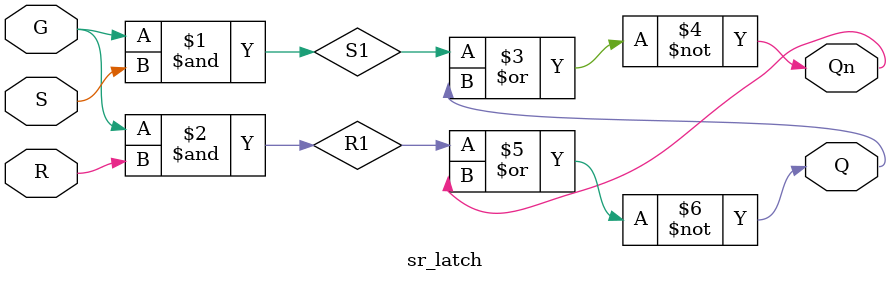
<source format=v>
module JKflipflop(
    input c,j,k,resetn,
    output Q,Qn
    );
    wire MQ,MQn,Cn;
    wire j1,k1,j2,k2;
    assign j2=!resetn?0:j1;
    assign k2=!resetn?1:k2;
    and(j1,j,Qn);
    and(k1,k,Q);
    not(Cn,c);
    sr_latch master(MQ,MQn,c,j2,k2);
    sr_latch slave(Q,Qn,Cn,MQ,MQn);
endmodule

module sr_latch(
    output Q,Qn,
    input G,S,R
    );
    wire S1,R1;
    and(S1,G,S);
    and(R1,G,R);
    nor(Qn,S1,Q);
    nor(Q,R1,Qn);
endmodule 
</source>
